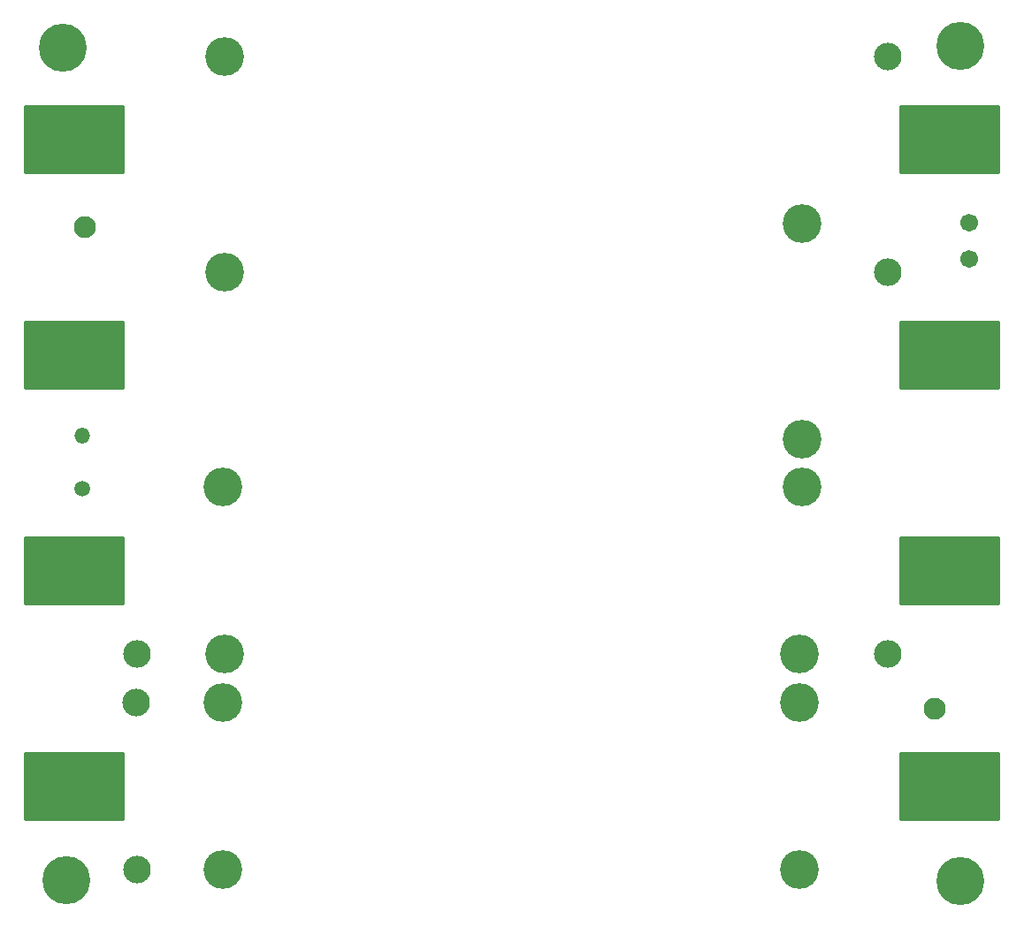
<source format=gbs>
%TF.GenerationSoftware,KiCad,Pcbnew,7.0.2-0*%
%TF.CreationDate,2024-05-07T22:45:00-07:00*%
%TF.ProjectId,batteryboard,62617474-6572-4796-926f-6172642e6b69,v2B*%
%TF.SameCoordinates,Original*%
%TF.FileFunction,Soldermask,Bot*%
%TF.FilePolarity,Negative*%
%FSLAX46Y46*%
G04 Gerber Fmt 4.6, Leading zero omitted, Abs format (unit mm)*
G04 Created by KiCad (PCBNEW 7.0.2-0) date 2024-05-07 22:45:00*
%MOMM*%
%LPD*%
G01*
G04 APERTURE LIST*
G04 Aperture macros list*
%AMRoundRect*
0 Rectangle with rounded corners*
0 $1 Rounding radius*
0 $2 $3 $4 $5 $6 $7 $8 $9 X,Y pos of 4 corners*
0 Add a 4 corners polygon primitive as box body*
4,1,4,$2,$3,$4,$5,$6,$7,$8,$9,$2,$3,0*
0 Add four circle primitives for the rounded corners*
1,1,$1+$1,$2,$3*
1,1,$1+$1,$4,$5*
1,1,$1+$1,$6,$7*
1,1,$1+$1,$8,$9*
0 Add four rect primitives between the rounded corners*
20,1,$1+$1,$2,$3,$4,$5,0*
20,1,$1+$1,$4,$5,$6,$7,0*
20,1,$1+$1,$6,$7,$8,$9,0*
20,1,$1+$1,$8,$9,$2,$3,0*%
G04 Aperture macros list end*
%ADD10C,3.708400*%
%ADD11C,2.641600*%
%ADD12C,2.101600*%
%ADD13C,4.601600*%
%ADD14C,1.701800*%
%ADD15C,1.501600*%
%ADD16O,1.501600X1.501600*%
%ADD17RoundRect,0.050800X-4.733800X-3.238500X4.733800X-3.238500X4.733800X3.238500X-4.733800X3.238500X0*%
%ADD18RoundRect,0.050800X4.733800X3.238500X-4.733800X3.238500X-4.733800X-3.238500X4.733800X-3.238500X0*%
G04 APERTURE END LIST*
D10*
X128638300Y-121843800D03*
X73393300Y-137845800D03*
D11*
X65163700Y-121843800D03*
D10*
X73621900Y-117195600D03*
X128866900Y-101193600D03*
D11*
X137096500Y-117195600D03*
D12*
X141592300Y-122389900D03*
X60185300Y-76288900D03*
D13*
X144010300Y-138899900D03*
X58060700Y-59098900D03*
X58441700Y-138854900D03*
X144010300Y-58889900D03*
D14*
X144903300Y-79312103D03*
X144903300Y-75812100D03*
D15*
X59939300Y-101307900D03*
D16*
X59939300Y-96227900D03*
D10*
X73596500Y-80568800D03*
X128841500Y-96570800D03*
D11*
X137071100Y-80568800D03*
D17*
X59207400Y-88569800D03*
X143027400Y-88569800D03*
D10*
X128663700Y-137845800D03*
X73418700Y-121843800D03*
D11*
X65189100Y-137845800D03*
D18*
X143052800Y-129844800D03*
X59232800Y-129844800D03*
D10*
X128663700Y-117195600D03*
X73418700Y-101193600D03*
D11*
X65189100Y-117195600D03*
D18*
X143052800Y-109194600D03*
X59232800Y-109194600D03*
D10*
X73596500Y-59918600D03*
X128841500Y-75920600D03*
D11*
X137071100Y-59918600D03*
D17*
X59207400Y-67919600D03*
X143027400Y-67919600D03*
M02*

</source>
